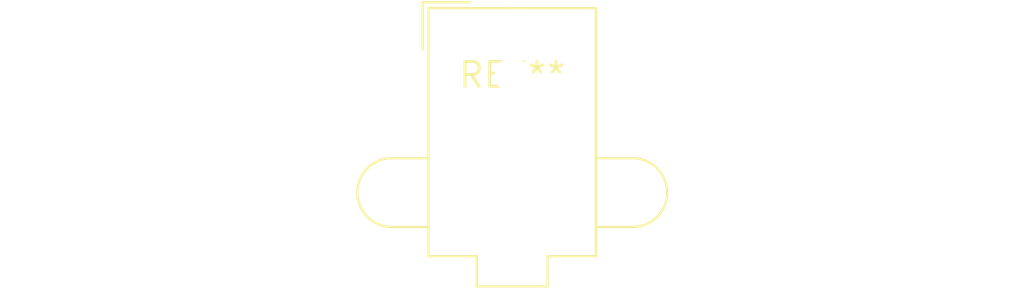
<source format=kicad_pcb>
(kicad_pcb (version 20240108) (generator pcbnew)
  (layers (0 "F.Cu" signal) (31 "B.Cu" signal) (34 "B.Paste" user) (35 "F.Paste" user) (36 "B.SilkS" user "B.Silkscreen") (37 "F.SilkS" user "F.Silkscreen") (38 "B.Mask" user) (39 "F.Mask" user) (44 "Edge.Cuts" user))
  (net 0 "")
  (footprint "Molex_Mega-Fit_76829-0002_2x01_P5.70mm_Vertical" (layer "F.Cu") (at 0 0)
    (property "Reference" "REF**")
    (property "Value" "Molex_Mega-Fit_76829-0002_2x01_P5.70mm_Vertical")
    (fp_line (start -6.17 4.265) (end -4.285 4.265) (layer "F.SilkS") (stroke (width 0.12)))
    (fp_line (start -6.17 7.785) (end -4.285 7.785) (layer "F.SilkS") (stroke (width 0.12)))
    (fp_line (start -4.585 -3.72) (end -2.175 -3.72) (layer "F.SilkS") (stroke (width 0.12)))
    (fp_line (start -4.585 -1.31) (end -4.585 -3.72) (layer "F.SilkS") (stroke (width 0.12)))
    (fp_line (start -4.285 -3.42) (end -4.285 9.28) (layer "F.SilkS") (stroke (width 0.12)))
    (fp_line (start -4.285 9.28) (end -1.81 9.28) (layer "F.SilkS") (stroke (width 0.12)))
    (fp_line (start -1.81 9.28) (end -1.81 10.83) (layer "F.SilkS") (stroke (width 0.12)))
    (fp_line (start -1.81 10.83) (end 0 10.83) (layer "F.SilkS") (stroke (width 0.12)))
    (fp_line (start 0 -3.42) (end -4.285 -3.42) (layer "F.SilkS") (stroke (width 0.12)))
    (fp_line (start 0 -3.42) (end 4.285 -3.42) (layer "F.SilkS") (stroke (width 0.12)))
    (fp_line (start 1.81 9.28) (end 1.81 10.83) (layer "F.SilkS") (stroke (width 0.12)))
    (fp_line (start 1.81 10.83) (end 0 10.83) (layer "F.SilkS") (stroke (width 0.12)))
    (fp_line (start 4.285 -3.42) (end 4.285 9.28) (layer "F.SilkS") (stroke (width 0.12)))
    (fp_line (start 4.285 9.28) (end 1.81 9.28) (layer "F.SilkS") (stroke (width 0.12)))
    (fp_line (start 6.17 4.265) (end 4.285 4.265) (layer "F.SilkS") (stroke (width 0.12)))
    (fp_line (start 6.17 7.785) (end 4.285 7.785) (layer "F.SilkS") (stroke (width 0.12)))
    (fp_arc (start -6.17 7.785) (mid -7.93 6.025) (end -6.17 4.265) (layer "F.SilkS") (stroke (width 0.12)))
    (fp_arc (start 6.17 4.265) (mid 7.93 6.025) (end 6.17 7.785) (layer "F.SilkS") (stroke (width 0.12)))
    (pad "" np_thru_hole circle (at -6.17 6.025) (size 3 3) (drill 3) (layers *.Cu *.Mask))
    (pad "" np_thru_hole circle (at 6.17 6.025) (size 3 3) (drill 3) (layers *.Cu *.Mask))
    (pad "1" thru_hole roundrect (at 0 0) (size 3.7 3.7) (drill 1.8) (layers *.Cu *.Mask) (remove_unused_layers) (roundrect_rratio 0.067568))
    (pad "2" thru_hole circle (at 0 5.7) (size 3.7 3.7) (drill 1.8) (layers *.Cu *.Mask) (remove_unused_layers))
  )
)
</source>
